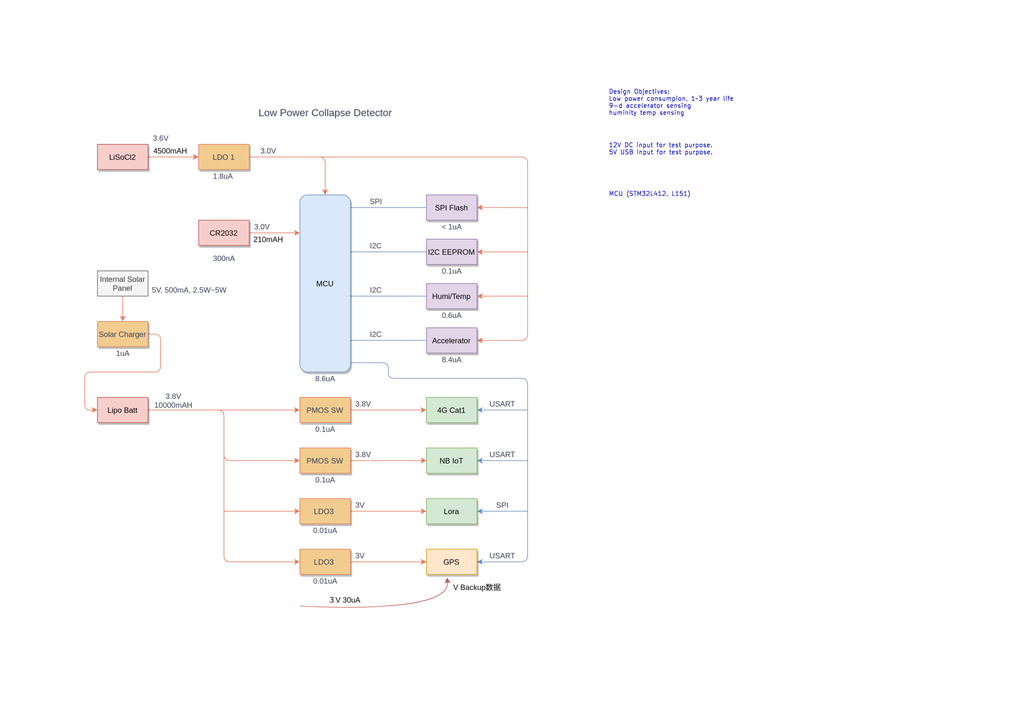
<source format=kicad_sch>
(kicad_sch (version 20211123) (generator eeschema)
  (paper "A4")
  (lib_symbols)
  (image (at 88.9 103.505) (scale 1.08356))
  (text "MCU (STM32L412, L151)" (at 176.53 57.15 0) (effects (font (size 1.27 1.27)) (justify left bottom)))
  (text "12V DC input for test purpose.\n5V USB input for test purpose.\n" (at 176.53 45.085 0) (effects (font (size 1.27 1.27)) (justify left bottom)))
  (text "Design Objectives:\nLow power consumpion, 1~3 year life\n9-d accelerator sensing\nhuminity temp sensing\n" (at 176.53 33.655 0) (effects (font (size 1.27 1.27)) (justify left bottom)))
)
</source>
